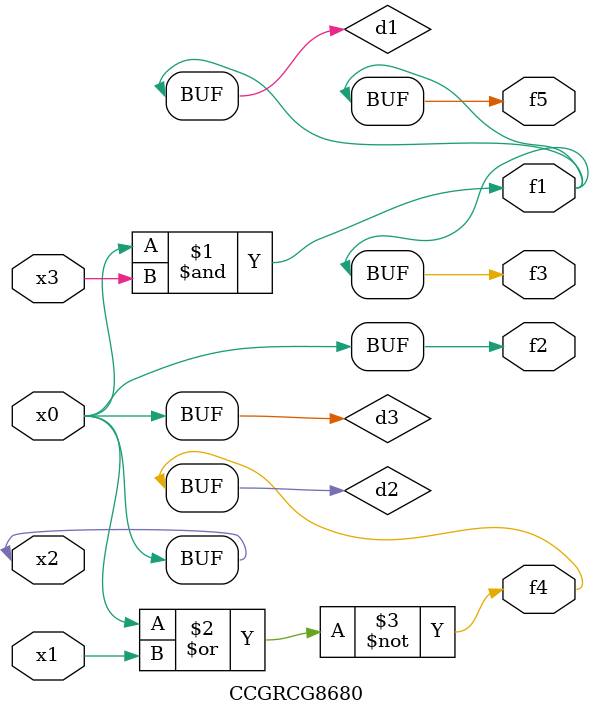
<source format=v>
module CCGRCG8680(
	input x0, x1, x2, x3,
	output f1, f2, f3, f4, f5
);

	wire d1, d2, d3;

	and (d1, x2, x3);
	nor (d2, x0, x1);
	buf (d3, x0, x2);
	assign f1 = d1;
	assign f2 = d3;
	assign f3 = d1;
	assign f4 = d2;
	assign f5 = d1;
endmodule

</source>
